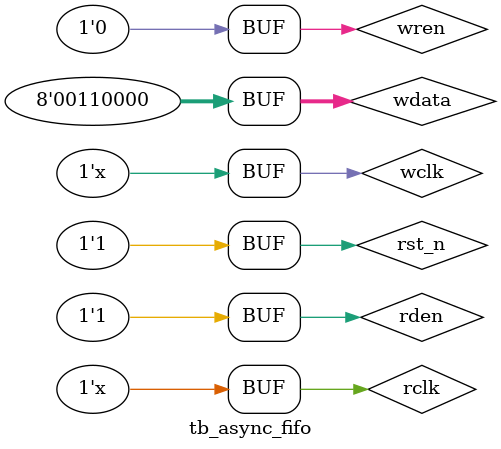
<source format=v>
`timescale 1ns / 1ps

module tb_async_fifo();

localparam DATA_WIDTH = 8;
localparam ADDR_WIDTH = 5;
localparam MAX_CNT = (2**ADDR_WIDTH);
localparam RST_TIME = 2;
localparam RCYCLE = 6;
localparam WCYCLE = 8;

reg rclk;
reg rden;
reg rst_n;
reg wclk;
reg [DATA_WIDTH-1:0] wdata;
reg wren;

wire [DATA_WIDTH-1:0] rdata;
wire rempty;
wire wfull;

initial begin
    rst_n = 0;
    rclk = 0;
    wclk = 0;
    #RST_TIME rst_n = 1;
end

initial begin
    rclk = 1'b0;
    wclk = 1'b0;
end
always #(RCYCLE/2) rclk = ~rclk;
always #(WCYCLE/2) wclk = ~wclk;

initial begin
    wren = 0;
    rden = 0;
    wdata = 0;
    #RST_TIME;
    repeat (MAX_CNT) begin
        wren = 1;
        rden = 0;
        wdata = wdata + 1;
        #WCYCLE;
    end
    repeat (MAX_CNT) begin
        wren <= 0;
        rden = 1;
        #RCYCLE;
    end

    repeat (MAX_CNT/2) begin
        wren = 1;
        rden = 0;
        wdata = wdata + 1;
        #WCYCLE;
    end
    repeat (MAX_CNT/2) begin
        wren <= 0;
        rden = 1;
        #RCYCLE;
    end
end

async_fifo  #(
    .DATA_WIDTH(DATA_WIDTH),
    .ADDR_WIDTH(ADDR_WIDTH)
) u_async_fifo (
    .rd_clk(rclk),
    .rd_rst_n(rst_n),
    .rd_data(rdata),
    .empty(rempty),
    .rd_en(rden),
    .wr_clk(wclk),
    .wr_rst_n(rst_n),
    .wr_data(wdata),
    .full(wfull),
    .wr_en(wren)
    );

// async_fifo  #(
//     .DATA_WIDTH(DATA_WIDTH),
//     .ADDR_WIDTH(ADDR_WIDTH)
// ) u_async_fifo (
//     .rclk(rclk),
//     .rdata(rdata),
//     .rempty(rempty),
//     .rden(rden),
//     .rst_n(rst_n),
//     .wclk(wclk),
//     .wdata(wdata),
//     .wfull(wfull),
//     .wren(wren)
//     );

endmodule

</source>
